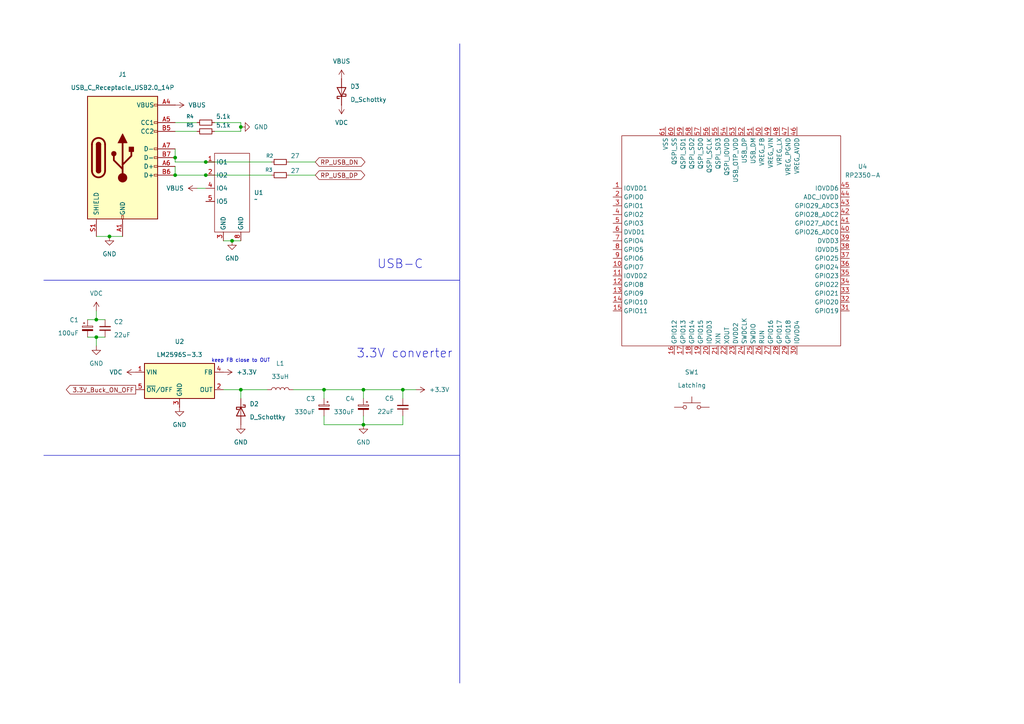
<source format=kicad_sch>
(kicad_sch (version 20250114) (generator "eeschema") (generator_version "9.0")
  (paper "A4")
  (lib_symbols
    (symbol "Connector:USB_C_Receptacle_USB2.0_14P" (pin_names (offset 1.016))
      (property "Reference" "J" (at 0 22.225 0))
      (property "Value" "USB_C_Receptacle_USB2.0_14P" (at 0 19.685 0))
      (symbol "USB_C_Receptacle_USB2.0_14P_0_0"
        (rectangle (start -0.254 -17.78) (end 0.254 -16.764))
        (rectangle (start 10.16 15.494) (end 9.144 14.986))
        (rectangle (start 10.16 10.414) (end 9.144 9.906))
        (rectangle (start 10.16 7.874) (end 9.144 7.366))
        (rectangle (start 10.16 2.794) (end 9.144 2.286))
        (rectangle (start 10.16 0.254) (end 9.144 -0.254))
        (rectangle (start 10.16 -2.286) (end 9.144 -2.794))
        (rectangle (start 10.16 -4.826) (end 9.144 -5.334))
      )
      (symbol "USB_C_Receptacle_USB2.0_14P_0_1"
        (rectangle (start -10.16 17.78) (end 10.16 -17.78) (stroke (width 0.254)) (fill (type background)))
        (polyline (pts (xy -8.89 -3.81) (xy -8.89 3.81)) (stroke (width 0.508)))
        (rectangle (start -7.62 -3.81) (end -6.35 3.81) (stroke (width 0.254)) (fill (type outline)))
        (arc (start -7.62 3.81) (mid -6.985 4.4423) (end -6.35 3.81) (stroke (width 0.254)))
        (arc (start -7.62 3.81) (mid -6.985 4.4423) (end -6.35 3.81) (stroke (width 0.254)) (fill (type outline)))
        (arc (start -8.89 3.81) (mid -6.985 5.7067) (end -5.08 3.81) (stroke (width 0.508)))
        (arc (start -5.08 -3.81) (mid -6.985 -5.7067) (end -8.89 -3.81) (stroke (width 0.508)))
        (arc (start -6.35 -3.81) (mid -6.985 -4.4423) (end -7.62 -3.81) (stroke (width 0.254)))
        (arc (start -6.35 -3.81) (mid -6.985 -4.4423) (end -7.62 -3.81) (stroke (width 0.254)) (fill (type outline)))
        (polyline (pts (xy -5.08 3.81) (xy -5.08 -3.81)) (stroke (width 0.508)))
        (circle (center -2.54 1.143) (radius 0.635) (stroke (width 0.254)) (fill (type outline)))
        (polyline (pts (xy -1.27 4.318) (xy 0 6.858) (xy 1.27 4.318) (xy -1.27 4.318)) (stroke (width 0.254)) (fill (type outline)))
        (polyline (pts (xy 0 -2.032) (xy 2.54 0.508) (xy 2.54 1.778)) (stroke (width 0.508)))
        (polyline (pts (xy 0 -3.302) (xy -2.54 -0.762) (xy -2.54 0.508)) (stroke (width 0.508)))
        (polyline (pts (xy 0 -5.842) (xy 0 4.318)) (stroke (width 0.508)))
        (circle (center 0 -5.842) (radius 1.27) (fill (type outline)))
        (rectangle (start 1.905 1.778) (end 3.175 3.048) (stroke (width 0.254)) (fill (type outline)))
      )
      (symbol "USB_C_Receptacle_USB2.0_14P_1_1"
        (pin passive line (at -7.62 -22.86 90) (length 5.08) (name "SHIELD") (number "S1"))
        (pin passive line (at 0 -22.86 90) (length 5.08) (name "GND") (number "A1"))
        (pin passive line (at 0 -22.86 90) (length 5.08) (hide yes) (name "GND") (number "A12"))
        (pin passive line (at 0 -22.86 90) (length 5.08) (hide yes) (name "GND") (number "B1"))
        (pin passive line (at 0 -22.86 90) (length 5.08) (hide yes) (name "GND") (number "B12"))
        (pin passive line (at 15.24 15.24 180) (length 5.08) (name "VBUS") (number "A4"))
        (pin passive line (at 15.24 15.24 180) (length 5.08) (hide yes) (name "VBUS") (number "A9"))
        (pin passive line (at 15.24 15.24 180) (length 5.08) (hide yes) (name "VBUS") (number "B4"))
        (pin passive line (at 15.24 15.24 180) (length 5.08) (hide yes) (name "VBUS") (number "B9"))
        (pin bidirectional line (at 15.24 10.16 180) (length 5.08) (name "CC1") (number "A5"))
        (pin bidirectional line (at 15.24 7.62 180) (length 5.08) (name "CC2") (number "B5"))
        (pin bidirectional line (at 15.24 2.54 180) (length 5.08) (name "D-") (number "A7"))
        (pin bidirectional line (at 15.24 0 180) (length 5.08) (name "D-") (number "B7"))
        (pin bidirectional line (at 15.24 -2.54 180) (length 5.08) (name "D+") (number "A6"))
        (pin bidirectional line (at 15.24 -5.08 180) (length 5.08) (name "D+") (number "B6"))
      )
    )
    (symbol "Device:C_Polarized_Small" (pin_numbers (hide yes)) (pin_names (offset 0.254) (hide yes))
      (property "Reference" "C" (at 0.254 1.778 0))
      (property "Value" "C_Polarized_Small" (at 0.254 -2.032 0))
      (symbol "C_Polarized_Small_0_1"
        (rectangle (start -1.524 0.6858) (end 1.524 0.3048))
        (rectangle (start -1.524 -0.3048) (end 1.524 -0.6858) (fill (type outline)))
        (polyline (pts (xy -1.27 1.524) (xy -0.762 1.524)))
        (polyline (pts (xy -1.016 1.27) (xy -1.016 1.778)))
      )
      (symbol "C_Polarized_Small_1_1"
        (pin passive line (at 0 2.54 270) (length 1.8542) (name "~") (number "1"))
        (pin passive line (at 0 -2.54 90) (length 1.8542) (name "~") (number "2"))
      )
    )
    (symbol "Device:C_Small" (pin_numbers (hide yes)) (pin_names (offset 0.254) (hide yes))
      (property "Reference" "C" (at 0.254 1.778 0))
      (property "Value" "C_Small" (at 0.254 -2.032 0))
      (symbol "C_Small_0_1"
        (polyline (pts (xy -1.524 0.508) (xy 1.524 0.508)) (stroke (width 0.3048)))
        (polyline (pts (xy -1.524 -0.508) (xy 1.524 -0.508)) (stroke (width 0.3302)))
      )
      (symbol "C_Small_1_1"
        (pin passive line (at 0 2.54 270) (length 2.032) (name "~") (number "1"))
        (pin passive line (at 0 -2.54 90) (length 2.032) (name "~") (number "2"))
      )
    )
    (symbol "Device:D_Schottky" (pin_numbers (hide yes)) (pin_names (offset 1.016) (hide yes))
      (property "Reference" "D" (at 0 2.54 0))
      (property "Value" "D_Schottky" (at 0 -2.54 0))
      (symbol "D_Schottky_0_1"
        (polyline (pts (xy -1.905 0.635) (xy -1.905 1.27) (xy -1.27 1.27) (xy -1.27 -1.27) (xy -0.635 -1.27) (xy -0.635 -0.635)) (stroke (width 0.254)))
        (polyline (pts (xy 1.27 1.27) (xy 1.27 -1.27) (xy -1.27 0) (xy 1.27 1.27)) (stroke (width 0.254)))
        (polyline (pts (xy 1.27 0) (xy -1.27 0)))
      )
      (symbol "D_Schottky_1_1"
        (pin passive line (at -3.81 0 0) (length 2.54) (name "K") (number "1"))
        (pin passive line (at 3.81 0 180) (length 2.54) (name "A") (number "2"))
      )
    )
    (symbol "Device:L" (pin_numbers (hide yes)) (pin_names (offset 1.016) (hide yes))
      (property "Reference" "L" (at -1.27 0 90))
      (property "Value" "L" (at 1.905 0 90))
      (symbol "L_0_1"
        (arc (start 0 2.54) (mid 0.6323 1.905) (end 0 1.27))
        (arc (start 0 1.27) (mid 0.6323 0.635) (end 0 0))
        (arc (start 0 0) (mid 0.6323 -0.635) (end 0 -1.27))
        (arc (start 0 -1.27) (mid 0.6323 -1.905) (end 0 -2.54))
      )
      (symbol "L_1_1"
        (pin passive line (at 0 3.81 270) (length 1.27) (name "1") (number "1"))
        (pin passive line (at 0 -3.81 90) (length 1.27) (name "2") (number "2"))
      )
    )
    (symbol "Device:R_Small" (pin_numbers (hide yes)) (pin_names (offset 0.254) (hide yes))
      (property "Reference" "R" (at 0 0 90))
      (property "Value" "R_Small" (at 1.778 0 90))
      (symbol "R_Small_0_1"
        (rectangle (start -0.762 1.778) (end 0.762 -1.778) (stroke (width 0.2032)))
      )
      (symbol "R_Small_1_1"
        (pin passive line (at 0 2.54 270) (length 0.762) (name "~") (number "1"))
        (pin passive line (at 0 -2.54 90) (length 0.762) (name "~") (number "2"))
      )
    )
    (symbol "ElecSuper:PUSB3FR4-ES"
      (property "Reference" "U" (at 0 0 0))
      (symbol "PUSB3FR4-ES_0_1"
        (rectangle (start -5.08 -2.54) (end 5.08 -25.4))
      )
      (symbol "PUSB3FR4-ES_1_1"
        (pin bidirectional line (at -7.62 -5.08 0) (length 2.54) (name "IO1") (number "1"))
        (pin bidirectional line (at -7.62 -8.89 0) (length 2.54) (name "IO2") (number "2"))
        (pin bidirectional line (at -7.62 -12.7 0) (length 2.54) (name "IO4") (number "4"))
        (pin bidirectional line (at -7.62 -16.51 0) (length 2.54) (name "IO5") (number "5"))
        (pin power_out line (at -2.54 -27.94 90) (length 2.54) (name "GND") (number "3"))
        (pin power_out line (at 2.54 -27.94 90) (length 2.54) (name "GND") (number "8"))
      )
    )
    (symbol "Ic/RP2354-A_1"
      (property "Reference" "U" (at -32.766 30.734 0))
      (property "Value" "RP2354-A" (at -30.734 28.956 0))
      (symbol "Ic/RP2354-A_1_0_1"
        (rectangle (start -33.02 27.94) (end 30.48 -33.02))
      )
      (symbol "Ic/RP2354-A_1_1_1"
        (pin passive line (at -35.56 12.7 0) (length 2.54) (name "IOVDD1") (number "1"))
        (pin passive line (at -35.56 10.16 0) (length 2.54) (name "GPIO0") (number "2"))
        (pin passive line (at -35.56 7.62 0) (length 2.54) (name "GPIO1") (number "3"))
        (pin passive line (at -35.56 5.08 0) (length 2.54) (name "GPIO2") (number "4"))
        (pin passive line (at -35.56 2.54 0) (length 2.54) (name "GPIO3") (number "5"))
        (pin passive line (at -35.56 0 0) (length 2.54) (name "DVDD1") (number "6"))
        (pin passive line (at -35.56 -2.54 0) (length 2.54) (name "GPIO4") (number "7"))
        (pin passive line (at -35.56 -5.08 0) (length 2.54) (name "GPIO5") (number "8"))
        (pin passive line (at -35.56 -7.62 0) (length 2.54) (name "GPIO6") (number "9"))
        (pin passive line (at -35.56 -10.16 0) (length 2.54) (name "GPIO7") (number "10"))
        (pin passive line (at -35.56 -12.7 0) (length 2.54) (name "IOVDD2") (number "11"))
        (pin passive line (at -35.56 -15.24 0) (length 2.54) (name "GPIO8") (number "12"))
        (pin passive line (at -35.56 -17.78 0) (length 2.54) (name "GPIO9") (number "13"))
        (pin passive line (at -35.56 -20.32 0) (length 2.54) (name "GPIO10") (number "14"))
        (pin passive line (at -35.56 -22.86 0) (length 2.54) (name "GPIO11") (number "15"))
        (pin passive line (at -20.32 30.48 270) (length 2.54) (name "VSS") (number "61"))
        (pin passive line (at -17.78 30.48 270) (length 2.54) (name "QSPI_SS") (number "60"))
        (pin passive line (at -17.78 -35.56 90) (length 2.54) (name "GPIO12") (number "16"))
        (pin passive line (at -15.24 30.48 270) (length 2.54) (name "QSPI_SD1") (number "59"))
        (pin passive line (at -15.24 -35.56 90) (length 2.54) (name "GPIO13") (number "17"))
        (pin passive line (at -12.7 30.48 270) (length 2.54) (name "QSPI_SD2") (number "58"))
        (pin passive line (at -12.7 -35.56 90) (length 2.54) (name "GPIO14") (number "18"))
        (pin passive line (at -10.16 30.48 270) (length 2.54) (name "QSPI_SD0") (number "57"))
        (pin passive line (at -10.16 -35.56 90) (length 2.54) (name "GPIO15") (number "19"))
        (pin passive line (at -7.62 30.48 270) (length 2.54) (name "QSPI_SCLK") (number "56"))
        (pin passive line (at -7.62 -35.56 90) (length 2.54) (name "IOVDD3") (number "20"))
        (pin passive line (at -5.08 30.48 270) (length 2.54) (name "QSPI_SD3") (number "55"))
        (pin passive line (at -5.08 -35.56 90) (length 2.54) (name "XIN") (number "21"))
        (pin passive line (at -2.54 30.48 270) (length 2.54) (name "QSPI_IOVDD") (number "54"))
        (pin passive line (at -2.54 -35.56 90) (length 2.54) (name "XOUT") (number "22"))
        (pin passive line (at 0 30.48 270) (length 2.54) (name "USB_OTP_VDD") (number "53"))
        (pin passive line (at 0 -35.56 90) (length 2.54) (name "DVDD2") (number "23"))
        (pin passive line (at 2.54 30.48 270) (length 2.54) (name "USB_DP") (number "52"))
        (pin passive line (at 2.54 -35.56 90) (length 2.54) (name "SWDCLK") (number "24"))
        (pin passive line (at 5.08 30.48 270) (length 2.54) (name "USB_DM") (number "51"))
        (pin passive line (at 5.08 -35.56 90) (length 2.54) (name "SWDIO") (number "25"))
        (pin passive line (at 7.62 30.48 270) (length 2.54) (name "VREG_FB") (number "50"))
        (pin passive line (at 7.62 -35.56 90) (length 2.54) (name "RUN") (number "26"))
        (pin passive line (at 10.16 30.48 270) (length 2.54) (name "VREG_VIN") (number "49"))
        (pin passive line (at 10.16 -35.56 90) (length 2.54) (name "GPIO16") (number "27"))
        (pin passive line (at 12.7 30.48 270) (length 2.54) (name "VREG_LX") (number "48"))
        (pin passive line (at 12.7 -35.56 90) (length 2.54) (name "GPIO17") (number "28"))
        (pin passive line (at 15.24 30.48 270) (length 2.54) (name "VREG_PGND") (number "47"))
        (pin passive line (at 15.24 -35.56 90) (length 2.54) (name "GPIO18") (number "29"))
        (pin passive line (at 17.78 30.48 270) (length 2.54) (name "VREG_AVDD") (number "46"))
        (pin passive line (at 17.78 -35.56 90) (length 2.54) (name "IOVDD4") (number "30"))
        (pin passive line (at 33.02 12.7 180) (length 2.54) (name "IOVDD6") (number "45"))
        (pin passive line (at 33.02 10.16 180) (length 2.54) (name "ADC_IOVDD") (number "44"))
        (pin passive line (at 33.02 7.62 180) (length 2.54) (name "GPIO29_ADC3") (number "43"))
        (pin passive line (at 33.02 5.08 180) (length 2.54) (name "GPIO28_ADC2") (number "42"))
        (pin passive line (at 33.02 2.54 180) (length 2.54) (name "GPIO27_ADC1") (number "41"))
        (pin passive line (at 33.02 0 180) (length 2.54) (name "GPIO26_ADC0") (number "40"))
        (pin passive line (at 33.02 -2.54 180) (length 2.54) (name "DVDD3") (number "39"))
        (pin passive line (at 33.02 -5.08 180) (length 2.54) (name "IOVDD5") (number "38"))
        (pin passive line (at 33.02 -7.62 180) (length 2.54) (name "GPIO25") (number "37"))
        (pin passive line (at 33.02 -10.16 180) (length 2.54) (name "GPIO24") (number "36"))
        (pin passive line (at 33.02 -12.7 180) (length 2.54) (name "GPIO23") (number "35"))
        (pin passive line (at 33.02 -15.24 180) (length 2.54) (name "GPIO22") (number "34"))
        (pin passive line (at 33.02 -17.78 180) (length 2.54) (name "GPIO21") (number "33"))
        (pin passive line (at 33.02 -20.32 180) (length 2.54) (name "GPIO20") (number "32"))
        (pin passive line (at 33.02 -22.86 180) (length 2.54) (name "GPIO19") (number "31"))
      )
    )
    (symbol "Regulator_Switching:LM2596S-3.3"
      (property "Reference" "U" (at -10.16 6.35 0))
      (property "Value" "LM2596S-3.3" (at 0 6.35 0))
      (symbol "LM2596S-3.3_0_1"
        (rectangle (start -10.16 5.08) (end 10.16 -5.08) (stroke (width 0.254)) (fill (type background)))
      )
      (symbol "LM2596S-3.3_1_1"
        (pin power_in line (at -12.7 2.54 0) (length 2.54) (name "VIN") (number "1"))
        (pin input line (at -12.7 -2.54 0) (length 2.54) (name "~{ON}/OFF") (number "5"))
        (pin power_in line (at 0 -7.62 90) (length 2.54) (name "GND") (number "3"))
        (pin input line (at 12.7 2.54 180) (length 2.54) (name "FB") (number "4"))
        (pin output line (at 12.7 -2.54 180) (length 2.54) (name "OUT") (number "2"))
      )
    )
    (symbol "Switch:SW_Push" (pin_numbers (hide yes)) (pin_names (offset 1.016) (hide yes))
      (property "Reference" "SW" (at 1.27 2.54 0))
      (property "Value" "SW_Push" (at 0 -1.524 0))
      (symbol "SW_Push_0_1"
        (circle (center -2.032 0) (radius 0.508))
        (polyline (pts (xy 0 1.27) (xy 0 3.048)))
        (circle (center 2.032 0) (radius 0.508))
        (polyline (pts (xy 2.54 1.27) (xy -2.54 1.27)))
        (pin passive line (at -5.08 0 0) (length 2.54) (name "1") (number "1"))
        (pin passive line (at 5.08 0 180) (length 2.54) (name "2") (number "2"))
      )
    )
    (symbol "power:+3.3V" (power) (pin_numbers (hide yes)) (pin_names (offset 0) (hide yes))
      (property "Value" "+3.3V" (at 0 3.556 0))
      (symbol "+3.3V_0_1"
        (polyline (pts (xy -0.762 1.27) (xy 0 2.54)))
        (polyline (pts (xy 0 2.54) (xy 0.762 1.27)))
        (polyline (pts (xy 0 0) (xy 0 2.54)))
      )
      (symbol "+3.3V_1_1"
        (pin power_in line (at 0 0 90) (length 0) (name "~") (number "1"))
      )
    )
    (symbol "power:GND" (power) (pin_numbers (hide yes)) (pin_names (offset 0) (hide yes))
      (property "Value" "GND" (at 0 -3.81 0))
      (symbol "GND_0_1"
        (polyline (pts (xy 0 0) (xy 0 -1.27) (xy 1.27 -1.27) (xy 0 -2.54) (xy -1.27 -1.27) (xy 0 -1.27)))
      )
      (symbol "GND_1_1"
        (pin power_in line (at 0 0 270) (length 0) (name "~") (number "1"))
      )
    )
    (symbol "power:VBUS" (power) (pin_numbers (hide yes)) (pin_names (offset 0) (hide yes))
      (property "Value" "VBUS" (at 0 3.556 0))
      (symbol "VBUS_0_1"
        (polyline (pts (xy -0.762 1.27) (xy 0 2.54)))
        (polyline (pts (xy 0 2.54) (xy 0.762 1.27)))
        (polyline (pts (xy 0 0) (xy 0 2.54)))
      )
      (symbol "VBUS_1_1"
        (pin power_in line (at 0 0 90) (length 0) (name "~") (number "1"))
      )
    )
    (symbol "power:VDC" (power) (pin_numbers (hide yes)) (pin_names (offset 0) (hide yes))
      (property "Value" "VDC" (at 0 3.556 0))
      (symbol "VDC_0_1"
        (polyline (pts (xy -0.762 1.27) (xy 0 2.54)))
        (polyline (pts (xy 0 2.54) (xy 0.762 1.27)))
        (polyline (pts (xy 0 0) (xy 0 2.54)))
      )
      (symbol "VDC_1_1"
        (pin power_in line (at 0 0 90) (length 0) (name "~") (number "1"))
      )
    )
  )
  (text "3.3V converter" (at 117.348 102.616 0) (effects (font (size 2.54 2.54))))
  (text "USB-C" (at 116.078 76.708 0) (effects (font (size 2.54 2.54))))
  (text "keep FB close to OUT" (at 69.85 104.648 0) (effects (font (size 1.016 1.016))))
  (junction (at 105.41 113.03))
  (junction (at 59.69 46.99))
  (junction (at 105.41 123.19))
  (junction (at 50.8 50.8))
  (junction (at 50.8 45.72))
  (junction (at 27.94 97.79))
  (junction (at 116.84 113.03))
  (junction (at 31.75 68.58))
  (junction (at 59.69 50.8))
  (junction (at 93.98 113.03))
  (junction (at 67.31 69.85))
  (junction (at 69.85 113.03))
  (junction (at 27.94 92.71))
  (junction (at 69.85 36.83))
  (wire (pts (xy 93.98 123.19) (xy 93.98 120.65)))
  (polyline (pts (xy 12.7 132.08) (xy 133.35 132.08)))
  (wire (pts (xy 105.41 123.19) (xy 116.84 123.19)))
  (wire (pts (xy 116.84 113.03) (xy 120.65 113.03)))
  (wire (pts (xy 62.23 35.56) (xy 69.85 35.56)))
  (wire (pts (xy 59.69 50.8) (xy 78.74 50.8)))
  (wire (pts (xy 83.82 46.99) (xy 91.44 46.99)))
  (wire (pts (xy 27.94 90.17) (xy 27.94 92.71)))
  (wire (pts (xy 31.75 68.58) (xy 35.56 68.58)))
  (wire (pts (xy 116.84 113.03) (xy 116.84 115.57)))
  (wire (pts (xy 69.85 35.56) (xy 69.85 36.83)))
  (wire (pts (xy 69.85 38.1) (xy 69.85 36.83)))
  (wire (pts (xy 50.8 48.26) (xy 50.8 50.8)))
  (wire (pts (xy 105.41 113.03) (xy 116.84 113.03)))
  (wire (pts (xy 50.8 50.8) (xy 59.69 50.8)))
  (wire (pts (xy 27.94 97.79) (xy 27.94 100.33)))
  (wire (pts (xy 25.4 92.71) (xy 27.94 92.71)))
  (wire (pts (xy 105.41 123.19) (xy 105.41 120.65)))
  (wire (pts (xy 105.41 113.03) (xy 105.41 115.57)))
  (wire (pts (xy 64.77 113.03) (xy 69.85 113.03)))
  (wire (pts (xy 69.85 115.57) (xy 69.85 113.03)))
  (wire (pts (xy 50.8 46.99) (xy 50.8 45.72)))
  (wire (pts (xy 93.98 113.03) (xy 105.41 113.03)))
  (polyline (pts (xy 133.35 81.28) (xy 133.35 132.08)))
  (wire (pts (xy 25.4 97.79) (xy 27.94 97.79)))
  (wire (pts (xy 85.09 113.03) (xy 93.98 113.03)))
  (wire (pts (xy 62.23 38.1) (xy 69.85 38.1)))
  (wire (pts (xy 69.85 113.03) (xy 77.47 113.03)))
  (wire (pts (xy 27.94 68.58) (xy 31.75 68.58)))
  (polyline (pts (xy 133.35 132.08) (xy 133.35 198.12)))
  (wire (pts (xy 93.98 113.03) (xy 93.98 115.57)))
  (wire (pts (xy 50.8 46.99) (xy 59.69 46.99)))
  (wire (pts (xy 59.69 46.99) (xy 78.74 46.99)))
  (polyline (pts (xy 12.7 81.28) (xy 133.35 81.28)))
  (wire (pts (xy 93.98 123.19) (xy 105.41 123.19)))
  (wire (pts (xy 50.8 38.1) (xy 57.15 38.1)))
  (wire (pts (xy 57.15 54.61) (xy 59.69 54.61)))
  (wire (pts (xy 116.84 123.19) (xy 116.84 120.65)))
  (wire (pts (xy 27.94 92.71) (xy 30.48 92.71)))
  (wire (pts (xy 50.8 43.18) (xy 50.8 45.72)))
  (wire (pts (xy 50.8 35.56) (xy 57.15 35.56)))
  (wire (pts (xy 67.31 69.85) (xy 69.85 69.85)))
  (wire (pts (xy 64.77 69.85) (xy 67.31 69.85)))
  (wire (pts (xy 27.94 97.79) (xy 30.48 97.79)))
  (polyline (pts (xy 133.35 12.7) (xy 133.35 81.28)))
  (wire (pts (xy 83.82 50.8) (xy 91.44 50.8)))
  (global_label "RP_USB_DP" (shape bidirectional) (at 91.44 50.8 0) (property "Intersheetrefs" "${INTERSHEET_REFS}" (effects (hide yes))))
  (global_label "3.3V_Buck_ON_OFF" (shape output) (at 39.37 113.03 180) (property "Intersheetrefs" "${INTERSHEET_REFS}" (effects (hide yes))))
  (global_label "RP_USB_DN" (shape bidirectional) (at 91.44 46.99 0) (property "Intersheetrefs" "${INTERSHEET_REFS}" (effects (hide yes))))
  (symbol (lib_id "power:GND") (at 69.85 36.83 90) (unit 1)
    (property "Reference" "#PWR05" (effects (hide yes)))
    (property "Value" "GND" (at 73.66 36.8299 90) (effects (justify right)))
    (property "Description" "Power symbol creates a global label with name \"GND\" , ground" (effects (hide yes)))
  )
  (symbol (lib_id "power:GND") (at 52.07 118.11 0) (unit 1)
    (property "Reference" "#PWR07" (effects (hide yes)))
    (property "Value" "GND" (at 52.07 123.19 0))
    (property "Description" "Power symbol creates a global label with name \"GND\" , ground" (effects (hide yes)))
  )
  (symbol (lib_id "ElecSuper:PUSB3FR4-ES") (at 67.31 41.91 0) (unit 1)
    (property "Reference" "U1" (at 73.66 55.8799 0) (effects (justify left)))
    (property "Value" "~" (at 73.66 57.785 0) (effects (justify left)))
  )
  (symbol (lib_id "power:VDC") (at 27.94 90.17 0) (unit 1)
    (property "Reference" "#PWR09" (effects (hide yes)))
    (property "Value" "VDC" (at 27.94 85.09 0))
    (property "Description" "Power symbol creates a global label with name \"VDC\"" (effects (hide yes)))
  )
  (symbol (lib_id "power:GND") (at 67.31 69.85 0) (unit 1)
    (property "Reference" "#PWR04" (effects (hide yes)))
    (property "Value" "GND" (at 67.31 74.93 0))
    (property "Description" "Power symbol creates a global label with name \"GND\" , ground" (effects (hide yes)))
  )
  (symbol (lib_id "Connector:USB_C_Receptacle_USB2.0_14P") (at 35.56 45.72 0) (unit 1)
    (property "Reference" "J1" (at 35.56 21.59 0))
    (property "Value" "USB_C_Receptacle_USB2.0_14P" (at 35.56 25.4 0))
    (property "Datasheet" "https://www.usb.org/sites/default/files/documents/usb_type-c.zip" (effects (hide yes)))
    (property "Description" "USB 2.0-only 14P Type-C Receptacle connector" (effects (hide yes)))
  )
  (symbol (lib_id "power:VBUS") (at 99.06 22.86 0) (unit 1)
    (property "Reference" "#PWR016" (effects (hide yes)))
    (property "Value" "VBUS" (at 99.06 17.78 0))
    (property "Description" "Power symbol creates a global label with name \"VBUS\"" (effects (hide yes)))
  )
  (symbol (lib_id "Device:R_Small") (at 81.28 50.8 90) (unit 1)
    (property "Reference" "R3" (at 77.978 49.276 90) (effects (font (size 1.016 1.016))))
    (property "Value" "27" (at 85.598 49.53 90))
    (property "Description" "Resistor, small symbol" (effects (hide yes)))
  )
  (symbol (lib_id "Device:C_Polarized_Small") (at 105.41 118.11 0) (mirror y) (unit 1)
    (property "Reference" "C4" (at 102.87 115.6588 0) (effects (justify left)))
    (property "Value" "330uF" (at 102.87 119.4688 0) (effects (justify left)))
    (property "Description" "Polarized capacitor, small symbol" (effects (hide yes)))
  )
  (symbol (lib_id "power:GND") (at 31.75 68.58 0) (unit 1)
    (property "Reference" "#PWR03" (effects (hide yes)))
    (property "Value" "GND" (at 31.75 73.66 0))
    (property "Description" "Power symbol creates a global label with name \"GND\" , ground" (effects (hide yes)))
  )
  (symbol (lib_id "power:GND") (at 69.85 123.19 0) (unit 1)
    (property "Reference" "#PWR012" (effects (hide yes)))
    (property "Value" "GND" (at 69.85 128.27 0))
    (property "Description" "Power symbol creates a global label with name \"GND\" , ground" (effects (hide yes)))
  )
  (symbol (lib_id "power:+3.3V") (at 120.65 113.03 270) (unit 1)
    (property "Reference" "#PWR08" (effects (hide yes)))
    (property "Value" "+3.3V" (at 124.46 113.0299 90) (effects (justify left)))
    (property "Description" "Power symbol creates a global label with name \"+3.3V\"" (effects (hide yes)))
  )
  (symbol (lib_id "Device:R_Small") (at 81.28 46.99 90) (unit 1)
    (property "Reference" "R2" (at 78.232 45.212 90) (effects (font (size 1.016 1.016))))
    (property "Value" "27" (at 85.598 45.212 90))
    (property "Description" "Resistor, small symbol" (effects (hide yes)))
  )
  (symbol (lib_id "power:GND") (at 105.41 123.19 0) (unit 1)
    (property "Reference" "#PWR013" (effects (hide yes)))
    (property "Value" "GND" (at 105.41 128.27 0))
    (property "Description" "Power symbol creates a global label with name \"GND\" , ground" (effects (hide yes)))
  )
  (symbol (lib_id "Device:R_Small") (at 59.69 35.56 90) (unit 1)
    (property "Reference" "R4" (at 55.118 33.782 90) (effects (font (size 1.016 1.016))))
    (property "Value" "5.1k" (at 64.77 33.782 90))
    (property "Description" "Resistor, small symbol" (effects (hide yes)))
  )
  (symbol (lib_name "Ic/RP2354-A_1") (lib_id "Seeed_libdb:Ic/RP2354-A") (at 213.36 67.31 0) (unit 1)
    (property "Reference" "U4" (at 250.19 48.2914 0))
    (property "Value" "RP2350-A" (at 250.19 50.8314 0))
    (property "Footprint" "Ic:QFN60-0.4-7X7X0.9MM" (effects (hide yes)))
    (property "Description" "SMD IC MCU;Dual Cortex M33;150Mhz,FPU;QFN-60" (effects (hide yes)))
    (property "Manufacturer" "Raspberry Pi" (effects (hide yes)))
    (property "MPN" "RP2354-A" (effects (hide yes)))
    (property "SKU" "RP2354-A" (effects (hide yes)))
    (property "Part Type" "IC" (effects (hide yes)))
    (property "Status" "XIAO RP2350" (effects (hide yes)))
  )
  (symbol (lib_id "power:+3.3V") (at 64.77 107.95 270) (unit 1)
    (property "Reference" "#PWR011" (effects (hide yes)))
    (property "Value" "+3.3V" (at 68.58 107.9499 90) (effects (justify left)))
    (property "Description" "Power symbol creates a global label with name \"+3.3V\"" (effects (hide yes)))
  )
  (symbol (lib_id "Device:D_Schottky") (at 69.85 119.38 270) (unit 1)
    (property "Reference" "D2" (at 72.39 117.1574 90) (effects (justify left)))
    (property "Value" "D_Schottky" (at 72.39 120.9674 90) (effects (justify left)))
    (property "Description" "Schottky diode" (effects (hide yes)))
  )
  (symbol (lib_id "power:VBUS") (at 50.8 30.48 270) (unit 1)
    (property "Reference" "#PWR014" (effects (hide yes)))
    (property "Value" "VBUS" (at 54.61 30.4799 90) (effects (justify left)))
    (property "Description" "Power symbol creates a global label with name \"VBUS\"" (effects (hide yes)))
  )
  (symbol (lib_id "Device:D_Schottky") (at 99.06 26.67 90) (unit 1)
    (property "Reference" "D3" (at 101.6 25.0824 90) (effects (justify right)))
    (property "Value" "D_Schottky" (at 101.6 28.8924 90) (effects (justify right)))
    (property "Description" "Schottky diode" (effects (hide yes)))
  )
  (symbol (lib_id "Device:C_Polarized_Small") (at 93.98 118.11 0) (mirror y) (unit 1)
    (property "Reference" "C3" (at 91.44 115.6588 0) (effects (justify left)))
    (property "Value" "330uF" (at 91.44 119.4688 0) (effects (justify left)))
    (property "Description" "Polarized capacitor, small symbol" (effects (hide yes)))
  )
  (symbol (lib_id "power:VDC") (at 99.06 30.48 180) (unit 1)
    (property "Reference" "#PWR017" (effects (hide yes)))
    (property "Value" "VDC" (at 99.06 35.56 0))
    (property "Description" "Power symbol creates a global label with name \"VDC\"" (effects (hide yes)))
  )
  (symbol (lib_id "power:GND") (at 27.94 100.33 0) (unit 1)
    (property "Reference" "#PWR010" (effects (hide yes)))
    (property "Value" "GND" (at 27.94 105.41 0))
    (property "Description" "Power symbol creates a global label with name \"GND\" , ground" (effects (hide yes)))
  )
  (symbol (lib_id "Regulator_Switching:LM2596S-3.3") (at 52.07 110.49 0) (unit 1)
    (property "Reference" "U2" (at 52.07 99.06 0))
    (property "Value" "LM2596S-3.3" (at 52.07 102.87 0))
    (property "Footprint" "Package_TO_SOT_SMD:TO-263-5_TabPin3" (effects (hide yes)))
    (property "Datasheet" "http://www.ti.com/lit/ds/symlink/lm2596.pdf" (effects (hide yes)))
    (property "Description" "3.3V 3A Step-Down Voltage Regulator, TO-263" (effects (hide yes)))
  )
  (symbol (lib_id "power:VBUS") (at 57.15 54.61 90) (unit 1)
    (property "Reference" "#PWR015" (effects (hide yes)))
    (property "Value" "VBUS" (at 53.34 54.6099 90) (effects (justify left)))
    (property "Description" "Power symbol creates a global label with name \"VBUS\"" (effects (hide yes)))
  )
  (symbol (lib_id "Device:L") (at 81.28 113.03 90) (unit 1)
    (property "Reference" "L1" (at 81.28 105.41 90))
    (property "Value" "33uH" (at 81.28 109.22 90))
    (property "Description" "Inductor" (effects (hide yes)))
  )
  (symbol (lib_id "Device:C_Polarized_Small") (at 25.4 95.25 0) (unit 1)
    (property "Reference" "C1" (at 22.86 92.7988 0) (effects (justify right)))
    (property "Value" "100uF" (at 22.86 96.6088 0) (effects (justify right)))
    (property "Description" "Polarized capacitor, small symbol" (effects (hide yes)))
  )
  (symbol (lib_id "Device:C_Small") (at 30.48 95.25 0) (unit 1)
    (property "Reference" "C2" (at 33.02 93.3512 0) (effects (justify left)))
    (property "Value" "22uF" (at 33.02 97.1612 0) (effects (justify left)))
    (property "Description" "Unpolarized capacitor, small symbol" (effects (hide yes)))
  )
  (symbol (lib_id "Switch:SW_Push") (at 200.66 118.11 0) (unit 1)
    (property "Reference" "SW1" (at 200.66 107.95 0))
    (property "Value" "Latching" (at 200.66 111.76 0))
    (property "Description" "Push button switch, generic, two pins" (effects (hide yes)))
  )
  (symbol (lib_id "Device:C_Small") (at 116.84 118.11 0) (mirror x) (unit 1)
    (property "Reference" "C5" (at 114.3 115.57 0) (effects (justify right)))
    (property "Value" "22uF" (at 114.3 119.38 0) (effects (justify right)))
    (property "Description" "Unpolarized capacitor, small symbol" (effects (hide yes)))
  )
  (symbol (lib_id "power:VDC") (at 39.37 107.95 90) (unit 1)
    (property "Reference" "#PWR06" (effects (hide yes)))
    (property "Value" "VDC" (at 35.56 107.9499 90) (effects (justify left)))
    (property "Description" "Power symbol creates a global label with name \"VDC\"" (effects (hide yes)))
  )
  (symbol (lib_id "Device:R_Small") (at 59.69 38.1 90) (unit 1)
    (property "Reference" "R5" (at 55.118 36.322 90) (effects (font (size 1.016 1.016))))
    (property "Value" "5.1k" (at 64.77 36.322 90))
    (property "Description" "Resistor, small symbol" (effects (hide yes)))
  )
)
</source>
